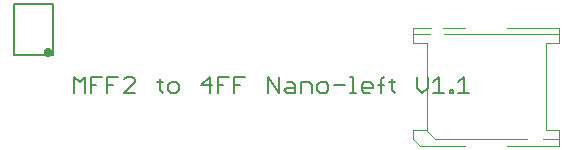
<source format=gto>
G75*
%MOIN*%
%OFA0B0*%
%FSLAX25Y25*%
%IPPOS*%
%LPD*%
%AMOC8*
5,1,8,0,0,1.08239X$1,22.5*
%
%ADD10C,0.00500*%
%ADD11C,0.00394*%
%ADD12C,0.01600*%
D10*
X0092612Y0063850D02*
X0092612Y0069355D01*
X0094447Y0067520D01*
X0096282Y0069355D01*
X0096282Y0063850D01*
X0098137Y0063850D02*
X0098137Y0069355D01*
X0101806Y0069355D01*
X0103661Y0069355D02*
X0107331Y0069355D01*
X0109186Y0068437D02*
X0110103Y0069355D01*
X0111938Y0069355D01*
X0112856Y0068437D01*
X0112856Y0067520D01*
X0109186Y0063850D01*
X0112856Y0063850D01*
X0105496Y0066602D02*
X0103661Y0066602D01*
X0099971Y0066602D02*
X0098137Y0066602D01*
X0103661Y0063850D02*
X0103661Y0069355D01*
X0120235Y0067520D02*
X0122070Y0067520D01*
X0121153Y0068437D02*
X0121153Y0064767D01*
X0122070Y0063850D01*
X0123919Y0064767D02*
X0124836Y0063850D01*
X0126671Y0063850D01*
X0127588Y0064767D01*
X0127588Y0066602D01*
X0126671Y0067520D01*
X0124836Y0067520D01*
X0123919Y0066602D01*
X0123919Y0064767D01*
X0134968Y0066602D02*
X0138638Y0066602D01*
X0140493Y0066602D02*
X0142328Y0066602D01*
X0140493Y0063850D02*
X0140493Y0069355D01*
X0144163Y0069355D01*
X0146017Y0069355D02*
X0149687Y0069355D01*
X0146017Y0069355D02*
X0146017Y0063850D01*
X0146017Y0066602D02*
X0147852Y0066602D01*
X0157067Y0063850D02*
X0157067Y0069355D01*
X0160737Y0063850D01*
X0160737Y0069355D01*
X0163509Y0067520D02*
X0165344Y0067520D01*
X0166261Y0066602D01*
X0166261Y0063850D01*
X0163509Y0063850D01*
X0162592Y0064767D01*
X0163509Y0065685D01*
X0166261Y0065685D01*
X0168116Y0063850D02*
X0168116Y0067520D01*
X0170869Y0067520D01*
X0171786Y0066602D01*
X0171786Y0063850D01*
X0173641Y0064767D02*
X0174558Y0063850D01*
X0176393Y0063850D01*
X0177311Y0064767D01*
X0177311Y0066602D01*
X0176393Y0067520D01*
X0174558Y0067520D01*
X0173641Y0066602D01*
X0173641Y0064767D01*
X0179166Y0066602D02*
X0182836Y0066602D01*
X0184690Y0063850D02*
X0186525Y0063850D01*
X0185608Y0063850D02*
X0185608Y0069355D01*
X0184690Y0069355D01*
X0188374Y0066602D02*
X0189291Y0067520D01*
X0191126Y0067520D01*
X0192043Y0066602D01*
X0192043Y0065685D01*
X0188374Y0065685D01*
X0188374Y0066602D02*
X0188374Y0064767D01*
X0189291Y0063850D01*
X0191126Y0063850D01*
X0194816Y0063850D02*
X0194816Y0068437D01*
X0195733Y0069355D01*
X0198499Y0068437D02*
X0198499Y0064767D01*
X0199416Y0063850D01*
X0195733Y0066602D02*
X0193898Y0066602D01*
X0197581Y0067520D02*
X0199416Y0067520D01*
X0206789Y0069355D02*
X0206789Y0065685D01*
X0208624Y0063850D01*
X0210459Y0065685D01*
X0210459Y0069355D01*
X0212314Y0067520D02*
X0214149Y0069355D01*
X0214149Y0063850D01*
X0212314Y0063850D02*
X0215984Y0063850D01*
X0217839Y0063850D02*
X0218756Y0063850D01*
X0218756Y0064767D01*
X0217839Y0064767D01*
X0217839Y0063850D01*
X0220601Y0063850D02*
X0224271Y0063850D01*
X0222436Y0063850D02*
X0222436Y0069355D01*
X0220601Y0067520D01*
X0137720Y0069355D02*
X0137720Y0063850D01*
X0134968Y0066602D02*
X0137720Y0069355D01*
X0085666Y0076592D02*
X0072666Y0076592D01*
X0072666Y0093592D01*
X0085666Y0093592D01*
X0085666Y0076592D01*
D11*
X0205649Y0080567D02*
X0205649Y0083520D01*
X0211358Y0083520D01*
X0211555Y0085685D02*
X0205649Y0085685D01*
X0205649Y0083520D01*
X0205649Y0080567D02*
X0210177Y0080567D01*
X0210177Y0051433D01*
X0209783Y0051433D01*
X0212736Y0048480D01*
X0243445Y0048480D01*
X0248956Y0048480D02*
X0254074Y0048480D01*
X0254074Y0046315D01*
X0236752Y0046315D01*
X0249941Y0051433D02*
X0254074Y0051433D01*
X0254074Y0048480D01*
X0249941Y0051433D02*
X0249941Y0080567D01*
X0254074Y0080567D01*
X0254074Y0083520D01*
X0215885Y0083520D01*
X0215492Y0085685D02*
X0222972Y0085685D01*
X0236752Y0085685D02*
X0254074Y0085685D01*
X0254074Y0083520D01*
X0209783Y0051433D02*
X0205649Y0051433D01*
X0205649Y0048480D01*
X0207815Y0046315D01*
X0222972Y0046315D01*
D12*
X0083175Y0077612D02*
X0083177Y0077659D01*
X0083183Y0077705D01*
X0083192Y0077751D01*
X0083206Y0077795D01*
X0083223Y0077839D01*
X0083244Y0077880D01*
X0083268Y0077920D01*
X0083295Y0077958D01*
X0083326Y0077993D01*
X0083359Y0078026D01*
X0083395Y0078056D01*
X0083434Y0078082D01*
X0083474Y0078106D01*
X0083516Y0078125D01*
X0083560Y0078142D01*
X0083605Y0078154D01*
X0083651Y0078163D01*
X0083697Y0078168D01*
X0083744Y0078169D01*
X0083790Y0078166D01*
X0083836Y0078159D01*
X0083882Y0078148D01*
X0083926Y0078134D01*
X0083969Y0078116D01*
X0084010Y0078094D01*
X0084050Y0078069D01*
X0084087Y0078041D01*
X0084122Y0078010D01*
X0084154Y0077976D01*
X0084183Y0077939D01*
X0084208Y0077901D01*
X0084231Y0077860D01*
X0084250Y0077817D01*
X0084265Y0077773D01*
X0084277Y0077728D01*
X0084285Y0077682D01*
X0084289Y0077635D01*
X0084289Y0077589D01*
X0084285Y0077542D01*
X0084277Y0077496D01*
X0084265Y0077451D01*
X0084250Y0077407D01*
X0084231Y0077364D01*
X0084208Y0077323D01*
X0084183Y0077285D01*
X0084154Y0077248D01*
X0084122Y0077214D01*
X0084087Y0077183D01*
X0084050Y0077155D01*
X0084011Y0077130D01*
X0083969Y0077108D01*
X0083926Y0077090D01*
X0083882Y0077076D01*
X0083836Y0077065D01*
X0083790Y0077058D01*
X0083744Y0077055D01*
X0083697Y0077056D01*
X0083651Y0077061D01*
X0083605Y0077070D01*
X0083560Y0077082D01*
X0083516Y0077099D01*
X0083474Y0077118D01*
X0083434Y0077142D01*
X0083395Y0077168D01*
X0083359Y0077198D01*
X0083326Y0077231D01*
X0083295Y0077266D01*
X0083268Y0077304D01*
X0083244Y0077344D01*
X0083223Y0077385D01*
X0083206Y0077429D01*
X0083192Y0077473D01*
X0083183Y0077519D01*
X0083177Y0077565D01*
X0083175Y0077612D01*
M02*

</source>
